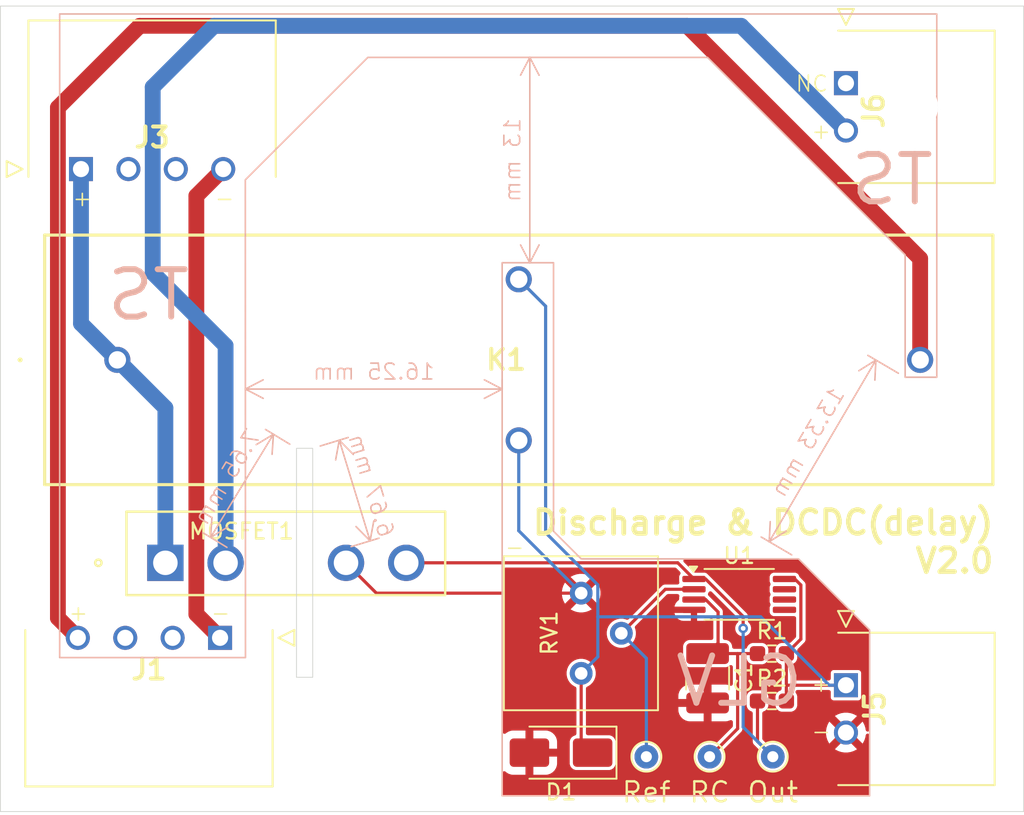
<source format=kicad_pcb>
(kicad_pcb (version 20241229) (generator "pcbnew") (generator_version "9.0")
  (layers (0 "F.Cu" signal) (2 "B.Cu" signal) (13 "F.Paste" user) (15 "B.Paste" user) (5 "F.SilkS" user "F.Silkscreen") (7 "B.SilkS" user "B.Silkscreen") (1 "F.Mask" user) (3 "B.Mask" user) (25 "Edge.Cuts" user))
  (net 0 "")
  (net 1 "/Delay")
  (net 2 "GND")
  (net 3 "TS-")
  (net 5 "Discharge")
  (net 7 "DCDC")
  (net 11 "TS+")
  (net 12 "SDC")
  (net 13 "/Enable")
  (net 14 "/Ref")
  (footprint "Diode_SMD:D_SMA" (layer "F.Cu") (at 147.225 125.27 180)
    (property "Reference" "D1" (at 0 -2.5 0) (layer "F.SilkS"))
    (property "Value" "US1J")
    (fp_line (start -3.51 1.65) (end 2 1.65) (stroke (width 0.12)) (layer "F.SilkS"))
    (fp_line (start -3.51 -1.65) (end 2 -1.65) (stroke (width 0.12)) (layer "F.SilkS"))
    (fp_line (start -3.51 -1.65) (end -3.51 1.65) (stroke (width 0.12)) (layer "F.SilkS"))
    (pad "1" smd roundrect (at -2 0 180) (size 2.5 1.8) (layers "F.Cu" "F.Mask" "F.Paste") (roundrect_rratio 0.1388888889) (net 12 "SDC"))
    (pad "2" smd roundrect (at 2 0 180) (size 2.5 1.8) (layers "F.Cu" "F.Mask" "F.Paste") (roundrect_rratio 0.1388888889) (net 2 "GND"))
  )
  (footprint "DBT71205U:DBT71205U" (layer "F.Cu") (at 119.15 100.4)
    (property "Reference" "K1" (at 24.6 0 0) (layer "F.SilkS") (effects (font (size 1.27 1.27) (thickness 0.254))))
    (property "Value" "DBT71205U" (hide yes))
    (fp_line (start -6.2 0) (end -6.2 0) (stroke (width 0.2)) (layer "F.SilkS"))
    (fp_line (start -6.2 0) (end -6.2 0) (stroke (width 0.2)) (layer "F.SilkS"))
    (fp_line (start -6.1 0) (end -6.1 0) (stroke (width 0.2)) (layer "F.SilkS"))
    (fp_line (start -4.6 -7.9) (end -4.6 7.9) (stroke (width 0.2)) (layer "F.SilkS"))
    (fp_line (start -4.6 7.9) (end 55.4 7.9) (stroke (width 0.2)) (layer "F.SilkS"))
    (fp_line (start 55.4 -7.9) (end -4.6 -7.9) (stroke (width 0.2)) (layer "F.SilkS"))
    (fp_line (start 55.4 7.9) (end 55.4 -7.9) (stroke (width 0.2)) (layer "F.SilkS"))
    (fp_arc (start -6.2 0) (mid -6.15 -0.05) (end -6.1 0) (stroke (width 0.2)) (layer "F.SilkS"))
    (fp_arc (start -6.1 0) (mid -6.15 0.05) (end -6.2 0) (stroke (width 0.2)) (layer "F.SilkS"))
    (fp_arc (start -6.1 0) (mid -6.15 0.05) (end -6.2 0) (stroke (width 0.2)) (layer "F.SilkS"))
    (pad "1" thru_hole circle (at 0 0) (size 1.65 1.65) (drill 1.1) (layers "*.Cu" "*.Mask") (net 11 "TS+"))
    (pad "2" thru_hole circle (at 50.8 0) (size 1.65 1.65) (drill 1.1) (layers "*.Cu" "*.Mask") (net 5 "Discharge"))
    (pad "3" thru_hole circle (at 25.4 5.1) (size 1.65 1.65) (drill 1.1) (layers "*.Cu" "*.Mask") (net 2 "GND"))
    (pad "4" thru_hole circle (at 25.4 -5.1) (size 1.65 1.65) (drill 1.1) (layers "*.Cu" "*.Mask") (net 12 "SDC"))
  )
  (footprint "43650-0400:43650-04_00,01,02_" (layer "F.Cu") (at 116.85 88.32 180)
    (property "Reference" "J3" (at -4.5 2 0) (layer "F.SilkS") (effects (font (size 1.27 1.27) (thickness 0.254))))
    (property "Value" "43650-0400" (hide yes))
    (fp_line (start 4.7 0.5) (end 3.7 0) (stroke (width 0.127)) (layer "F.SilkS"))
    (fp_line (start 4.7 -0.5) (end 4.7 0.5) (stroke (width 0.127)) (layer "F.SilkS"))
    (fp_line (start 3.7 0) (end 4.7 -0.5) (stroke (width 0.127)) (layer "F.SilkS"))
    (fp_line (start 3.325 9.41) (end -12.325 9.41) (stroke (width 0.127)) (layer "F.SilkS"))
    (fp_line (start 3.325 -0.49) (end 3.325 9.41) (stroke (width 0.127)) (layer "F.SilkS"))
    (fp_line (start -12.325 9.41) (end -12.325 -0.49) (stroke (width 0.127)) (layer "F.SilkS"))
    (pad "" np_thru_hole circle (at -6.85 4.32 180) (size 3 3) (drill 3) (layers "*.Cu" "*.Mask"))
    (pad "" np_thru_hole circle (at -2.15 4.32 180) (size 3 3) (drill 3) (layers "*.Cu" "*.Mask"))
    (pad "1" thru_hole rect (at 0 0 180) (size 1.52 1.52) (drill 1.02) (layers "*.Cu" "*.Mask") (net 11 "TS+"))
    (pad "2" thru_hole circle (at -3 0 180) (size 1.52 1.52) (drill 1.02) (layers "*.Cu" "*.Mask"))
    (pad "3" thru_hole circle (at -6 0 180) (size 1.52 1.52) (drill 1.02) (layers "*.Cu" "*.Mask"))
    (pad "4" thru_hole circle (at -9 0 180) (size 1.52 1.52) (drill 1.02) (layers "*.Cu" "*.Mask") (net 3 "TS-"))
  )
  (footprint "Potentiometer_THT:Potentiometer_Bourns_3386P_Vertical" (layer "F.Cu") (at 148.5 120.25)
    (property "Reference" "RV1" (at -2.015 -2.555 90) (layer "F.SilkS"))
    (property "Value" "R_Potentiometer")
    (fp_line (start -4.89 -7.415) (end -4.89 2.335) (stroke (width 0.12)) (layer "F.SilkS"))
    (fp_line (start -4.89 -7.415) (end 4.86 -7.415) (stroke (width 0.12)) (layer "F.SilkS"))
    (fp_line (start -4.89 2.335) (end 4.86 2.335) (stroke (width 0.12)) (layer "F.SilkS"))
    (fp_line (start 4.86 -7.415) (end 4.86 2.335) (stroke (width 0.12)) (layer "F.SilkS"))
    (pad "1" thru_hole circle (at 0 0) (size 1.44 1.44) (drill 0.8) (layers "*.Cu" "*.Mask") (net 12 "SDC"))
    (pad "2" thru_hole circle (at 2.54 -2.54) (size 1.44 1.44) (drill 0.8) (layers "*.Cu" "*.Mask") (net 14 "/Ref"))
    (pad "3" thru_hole circle (at 0 -5.08) (size 1.44 1.44) (drill 0.8) (layers "*.Cu" "*.Mask") (net 2 "GND"))
  )
  (footprint "Resistor_SMD:R_0603_1608Metric_Pad0.98x0.95mm_HandSolder" (layer "F.Cu") (at 160.57 122)
    (property "Reference" "R2" (at 0 -1.43 0) (layer "F.SilkS"))
    (property "Value" "1k")
    (fp_line (start -0.254724 -0.5225) (end 0.254724 -0.5225) (stroke (width 0.12)) (layer "F.SilkS"))
    (fp_line (start -0.254724 0.5225) (end 0.254724 0.5225) (stroke (width 0.12)) (layer "F.SilkS"))
    (pad "1" smd roundrect (at -0.9125 0) (size 0.975 0.95) (layers "F.Cu" "F.Mask" "F.Paste") (net 13 "/Enable"))
    (pad "2" smd roundrect (at 0.9125 0) (size 0.975 0.95) (layers "F.Cu" "F.Mask" "F.Paste") (net 12 "SDC"))
  )
  (footprint "Capacitor_SMD:C_1210_3225Metric_Pad1.33x2.70mm_HandSolder" (layer "F.Cu") (at 156.5 120.56 -90)
    (property "Reference" "C1" (at 0 -2.3 270) (layer "F.SilkS"))
    (property "Value" "100u")
    (fp_line (start -0.711252 1.36) (end 0.711252 1.36) (stroke (width 0.12)) (layer "F.SilkS"))
    (fp_line (start -0.711252 -1.36) (end 0.711252 -1.36) (stroke (width 0.12)) (layer "F.SilkS"))
    (pad "1" smd roundrect (at -1.5625 0 270) (size 1.325 2.7) (layers "F.Cu" "F.Mask" "F.Paste") (roundrect_rratio 0.188679) (net 1 "/Delay"))
    (pad "2" smd roundrect (at 1.5625 0 270) (size 1.325 2.7) (layers "F.Cu" "F.Mask" "F.Paste") (roundrect_rratio 0.188679) (net 2 "GND"))
  )
  (footprint "MountingHole:MountingHole_4.3mm_M4" (layer "F.Cu") (at 135.825 84.625)
    (property "Reference" "H3" (hide yes))
    (property "Value" "MountingHole")
    (pad "" np_thru_hole circle (at 0 0) (size 4.3 4.3) (drill 4.3) (layers "*.Cu" "*.Mask"))
  )
  (footprint "Resistor_SMD:R_0603_1608Metric_Pad0.98x0.95mm_HandSolder" (layer "F.Cu") (at 160.57 119)
    (property "Reference" "R1" (at 0 -1.43 0) (layer "F.SilkS"))
    (property "Value" "50k")
    (fp_line (start -0.254724 -0.5225) (end 0.254724 -0.5225) (stroke (width 0.12)) (layer "F.SilkS"))
    (fp_line (start -0.254724 0.5225) (end 0.254724 0.5225) (stroke (width 0.12)) (layer "F.SilkS"))
    (pad "1" smd roundrect (at -0.9125 0) (size 0.975 0.95) (layers "F.Cu" "F.Mask" "F.Paste") (net 1 "/Delay"))
    (pad "2" smd roundrect (at 0.9125 0) (size 0.975 0.95) (layers "F.Cu" "F.Mask" "F.Paste") (net 12 "SDC"))
  )
  (footprint "MountingHole:MountingHole_4.3mm_M4" (layer "F.Cu") (at 152.325 84.575)
    (property "Reference" "H1" (hide yes))
    (property "Value" "MountingHole")
    (pad "" np_thru_hole circle (at 0 0) (size 4.3 4.3) (drill 4.3) (layers "*.Cu" "*.Mask"))
  )
  (footprint "43650-0400:43650-04_00,01,02_" (layer "F.Cu") (at 125.65 118)
    (property "Reference" "J1" (at -4.5 2 0) (layer "F.SilkS") (effects (font (size 1.27 1.27) (thickness 0.254))))
    (property "Value" "43650-0400" (hide yes))
    (fp_line (start -12.325 9.41) (end -12.325 -0.49) (stroke (width 0.127)) (layer "F.SilkS"))
    (fp_line (start 3.325 -0.49) (end 3.325 9.41) (stroke (width 0.127)) (layer "F.SilkS"))
    (fp_line (start 3.325 9.41) (end -12.325 9.41) (stroke (width 0.127)) (layer "F.SilkS"))
    (fp_line (start 3.7 0) (end 4.7 -0.5) (stroke (width 0.127)) (layer "F.SilkS"))
    (fp_line (start 4.7 -0.5) (end 4.7 0.5) (stroke (width 0.127)) (layer "F.SilkS"))
    (fp_line (start 4.7 0.5) (end 3.7 0) (stroke (width 0.127)) (layer "F.SilkS"))
    (pad "" np_thru_hole circle (at -6.85 4.32) (size 3 3) (drill 3) (layers "*.Cu" "*.Mask"))
    (pad "" np_thru_hole circle (at -2.15 4.32) (size 3 3) (drill 3) (layers "*.Cu" "*.Mask"))
    (pad "1" thru_hole rect (at 0 0) (size 1.52 1.52) (drill 1.02) (layers "*.Cu" "*.Mask") (net 3 "TS-"))
    (pad "2" thru_hole circle (at -3 0) (size 1.52 1.52) (drill 1.02) (layers "*.Cu" "*.Mask"))
    (pad "3" thru_hole circle (at -6 0) (size 1.52 1.52) (drill 1.02) (layers "*.Cu" "*.Mask"))
    (pad "4" thru_hole circle (at -9 0) (size 1.52 1.52) (drill 1.02) (layers "*.Cu" "*.Mask") (net 5 "Discharge"))
  )
  (footprint "Package_SO:TSSOP-8_4.4x3mm_P0.65mm" (layer "F.Cu") (at 158.5 115.25)
    (property "Reference" "U1" (at 0 -2.45 0) (layer "F.SilkS"))
    (property "Value" "LM393")
    (fp_line (start 0 -1.61) (end -2.2 -1.61) (stroke (width 0.12)) (layer "F.SilkS"))
    (fp_line (start 0 -1.61) (end 2.2 -1.61) (stroke (width 0.12)) (layer "F.SilkS"))
    (fp_line (start 0 1.61) (end -2.2 1.61) (stroke (width 0.12)) (layer "F.SilkS"))
    (fp_line (start 0 1.61) (end 2.2 1.61) (stroke (width 0.12)) (layer "F.SilkS"))
    (fp_poly (pts (xy -2.9 -1.435) (xy -3.14 -1.765) (xy -2.66 -1.765)) (stroke (width 0.12)) (fill yes) (layer "F.SilkS"))
    (pad "1" smd roundrect (at -2.8625 -0.975) (size 1.475 0.4) (layers "F.Cu" "F.Mask" "F.Paste") (net 13 "/Enable"))
    (pad "2" smd roundrect (at -2.8625 -0.325) (size 1.475 0.4) (layers "F.Cu" "F.Mask" "F.Paste") (net 14 "/Ref"))
    (pad "3" smd roundrect (at -2.8625 0.325) (size 1.475 0.4) (layers "F.Cu" "F.Mask" "F.Paste") (net 1 "/Delay"))
    (pad "4" smd roundrect (at -2.8625 0.975) (size 1.475 0.4) (layers "F.Cu" "F.Mask" "F.Paste") (net 2 "GND"))
    (pad "5" smd roundrect (at 2.8625 0.975) (size 1.475 0.4) (layers "F.Cu" "F.Mask" "F.Paste"))
    (pad "6" smd roundrect (at 2.8625 0.325) (size 1.475 0.4) (layers "F.Cu" "F.Mask" "F.Paste"))
    (pad "7" smd roundrect (at 2.8625 -0.325) (size 1.475 0.4) (layers "F.Cu" "F.Mask" "F.Paste"))
    (pad "8" smd roundrect (at 2.8625 -0.975) (size 1.475 0.4) (layers "F.Cu" "F.Mask" "F.Paste") (net 12 "SDC"))
  )
  (footprint "footprints:ISOPLUS-264_19P914X5P029_IXY" (layer "F.Cu") (at 122.19 113.25)
    (property "Reference" "MOSFET1" (at 4.81 -2 0) (layer "F.SilkS"))
    (property "Value" "CPC1968J")
    (fp_line (start -2.4638 -3.2386) (end 17.7038 -3.2386) (stroke (width 0.1524)) (layer "F.SilkS"))
    (fp_line (start -2.4638 2.0446) (end -2.4638 -3.2386) (stroke (width 0.1524)) (layer "F.SilkS"))
    (fp_line (start 17.7038 -3.2386) (end 17.7038 2.0446) (stroke (width 0.1524)) (layer "F.SilkS"))
    (fp_line (start 17.7038 2.0446) (end -2.4638 2.0446) (stroke (width 0.1524)) (layer "F.SilkS"))
    (fp_circle (center -4.2418 0) (end -4.0386 0) (stroke (width 0.1524)) (fill no) (layer "F.SilkS"))
    (pad "1" thru_hole rect (at 0 0) (size 2.3 2.3) (drill 1.55) (layers "*.Cu" "*.Mask") (net 11 "TS+"))
    (pad "2" thru_hole circle (at 3.81 0) (size 2.3 2.3) (drill 1.55) (layers "*.Cu" "*.Mask") (net 7 "DCDC"))
    (pad "3" thru_hole circle (at 11.43 0) (size 2.3 2.3) (drill 1.55) (layers "*.Cu" "*.Mask") (net 2 "GND"))
    (pad "4" thru_hole circle (at 15.24 0) (size 2.3 2.3) (drill 1.55) (layers "*.Cu" "*.Mask") (net 13 "/Enable"))
  )
  (footprint "TestPoint:TestPoint_THTPad_D1.5mm_Drill0.7mm" (layer "F.Cu") (at 160.625 125.525)
    (property "Reference" "TP2" (hide yes))
    (property "Value" "TestPoint")
    (property "Description" "Out" (at 0 2.25 0) (layer "F.SilkS") (effects (font (size 1.27 1.27) (thickness 0.15875))))
    (fp_circle (center 0 0) (end 0 0.95) (stroke (width 0.12)) (fill no) (layer "F.SilkS"))
    (pad "1" thru_hole circle (at 0 0) (size 1.5 1.5) (drill 0.7) (layers "*.Cu" "*.Mask") (net 13 "/Enable"))
  )
  (footprint "43650-0200:43650-02_00,01,02_" (layer "F.Cu") (at 165.2542 82.88 90)
    (property "Reference" "J6" (at -1.75 1.75 90) (layer "F.SilkS") (effects (font (size 1.27 1.27) (thickness 0.254))))
    (property "Value" "43650-0200" (hide yes))
    (fp_line (start 4.7 -0.5) (end 4.7 0.5) (stroke (width 0.127)) (layer "F.SilkS"))
    (fp_line (start 3.325 -0.49) (end 3.325 9.41) (stroke (width 0.127)) (layer "F.SilkS"))
    (fp_line (start 3.7 0) (end 4.7 -0.5) (stroke (width 0.127)) (layer "F.SilkS"))
    (fp_line (start 4.7 0.5) (end 3.7 0) (stroke (width 0.127)) (layer "F.SilkS"))
    (fp_line (start 3.325 9.41) (end -6.325 9.41) (stroke (width 0.127)) (layer "F.SilkS"))
    (fp_line (start -6.325 9.41) (end -6.325 -0.49) (stroke (width 0.127)) (layer "F.SilkS"))
    (pad "" np_thru_hole circle (at -1.5 4.32 90) (size 3 3) (drill 3) (layers "*.Cu" "*.Mask"))
    (pad "1" thru_hole rect (at 0 0 90) (size 1.52 1.52) (drill 1.02) (layers "*.Cu" "*.Mask"))
    (pad "2" thru_hole circle (at -3 0 90) (size 1.52 1.52) (drill 1.02) (layers "*.Cu" "*.Mask") (net 7 "DCDC"))
  )
  (footprint "TestPoint:TestPoint_THTPad_D1.5mm_Drill0.7mm" (layer "F.Cu") (at 152.625 125.525)
    (property "Reference" "TP3" (hide yes))
    (property "Value" "TestPoint")
    (property "Description" "Ref" (at 0 2.25 0) (layer "F.SilkS") (effects (font (size 1.27 1.27))))
    (fp_circle (center 0 0) (end 0 0.95) (stroke (width 0.12)) (fill no) (layer "F.SilkS"))
    (pad "1" thru_hole circle (at 0 0) (size 1.5 1.5) (drill 0.7) (layers "*.Cu" "*.Mask") (net 14 "/Ref"))
  )
  (footprint "TestPoint:TestPoint_THTPad_D1.5mm_Drill0.7mm" (layer "F.Cu") (at 156.625 125.525)
    (property "Reference" "TP1" (hide yes))
    (property "Value" "TestPoint")
    (property "Description" "RC" (at 0 2.25 0) (layer "F.SilkS") (effects (font (size 1.27 1.27))))
    (fp_circle (center 0 0) (end 0 0.95) (stroke (width 0.12)) (fill no) (layer "F.SilkS"))
    (pad "1" thru_hole circle (at 0 0) (size 1.5 1.5) (drill 0.7) (layers "*.Cu" "*.Mask") (net 1 "/Delay"))
  )
  (footprint "MountingHole:MountingHole_4.3mm_M4" (layer "F.Cu") (at 136.075 123.075)
    (property "Reference" "H2" (hide yes))
    (property "Value" "MountingHole")
    (pad "" np_thru_hole circle (at 0 0) (size 4.3 4.3) (drill 4.3) (layers "*.Cu" "*.Mask"))
  )
  (footprint "43650-0200:43650-02_00,01,02_" (layer "F.Cu") (at 165.2542 121 90)
    (property "Reference" "J5" (at -1.5 1.82 90) (layer "F.SilkS") (effects (font (size 1.27 1.27) (thickness 0.254))))
    (property "Value" "43650-0200" (hide yes))
    (fp_line (start 4.7 -0.5) (end 4.7 0.5) (stroke (width 0.127)) (layer "F.SilkS"))
    (fp_line (start 3.325 -0.49) (end 3.325 9.41) (stroke (width 0.127)) (layer "F.SilkS"))
    (fp_line (start 3.7 0) (end 4.7 -0.5) (stroke (width 0.127)) (layer "F.SilkS"))
    (fp_line (start 4.7 0.5) (end 3.7 0) (stroke (width 0.127)) (layer "F.SilkS"))
    (fp_line (start 3.325 9.41) (end -6.325 9.41) (stroke (width 0.127)) (layer "F.SilkS"))
    (fp_line (start -6.325 9.41) (end -6.325 -0.49) (stroke (width 0.127)) (layer "F.SilkS"))
    (pad "" np_thru_hole circle (at -1.5 4.32 90) (size 3 3) (drill 3) (layers "*.Cu" "*.Mask"))
    (pad "1" thru_hole rect (at 0 0 90) (size 1.52 1.52) (drill 1.02) (layers "*.Cu" "*.Mask") (net 12 "SDC"))
    (pad "2" thru_hole circle (at -3 0 90) (size 1.52 1.52) (drill 1.02) (layers "*.Cu" "*.Mask") (net 2 "GND"))
  )
  (gr_poly (pts (xy 166.75 119.5) (xy 166.75 128) (xy 143.5 128) (xy 143.5 94.25) (xy 146.75 94.25) (xy 146.75 111.25) (xy 148.5 113) (xy 162.25 113) (xy 166.75 117.5)) (stroke (width 0.1)) (fill no) (layer "B.SilkS"))
  (gr_poly (pts (xy 171 101.5) (xy 169 101.5) (xy 169 93.75) (xy 156.5 81.25) (xy 135 81.25) (xy 127.249361 89.000639) (xy 127.257978 119.25) (xy 115.5 119.25) (xy 115.5 78.5) (xy 171 78.5)) (stroke (width 0.1)) (fill no) (layer "B.SilkS"))
  (gr_poly (pts (xy 176.5 78) (xy 111.75 78) (xy 111.75 129) (xy 176.5 129)) (stroke (width 0.05)) (fill no) (layer "Edge.Cuts"))
  (gr_rect (start 130.4873 106) (end 131.5127 120.5) (stroke (width 0.05)) (fill no) (layer "Edge.Cuts"))
  (gr_text "+" (at 116.25 90.75 0) (layer "F.SilkS") (effects (font (size 1 1) (thickness 0.1)) (justify left bottom)))
  (gr_text "+" (at 163 121.5 0) (layer "F.SilkS") (effects (font (size 1 1) (thickness 0.1)) (justify left bottom)))
  (gr_text "-" (at 143.61 112.835 0) (layer "F.SilkS") (effects (font (size 1 1) (thickness 0.1)) (justify left bottom)))
  (gr_text "+" (at 116 117 0) (layer "F.SilkS") (effects (font (size 1 1) (thickness 0.1)) (justify left bottom)))
  (gr_text "-" (at 125.25 90.75 0) (layer "F.SilkS") (effects (font (size 1 1) (thickness 0.1)) (justify left bottom)))
  (gr_text "NC" (at 162 83.5 0) (layer "F.SilkS") (effects (font (size 1 1) (thickness 0.1)) (justify left bottom)))
  (gr_text "-" (at 125 117 0) (layer "F.SilkS") (effects (font (size 1 1) (thickness 0.1)) (justify left bottom)))
  (gr_text "Discharge & DCDC(delay)\nV2.0" (at 174.75 114 0) (layer "F.SilkS") (effects (font (size 1.5 1.5) (thickness 0.3) (bold yes)) (justify right bottom)))
  (gr_text "+" (at 163 86.5 0) (layer "F.SilkS") (effects (font (size 1 1) (thickness 0.1)) (justify left bottom)))
  (gr_text "-" (at 163 124.5 0) (layer "F.SilkS") (effects (font (size 1 1) (thickness 0.1)) (justify left bottom)))
  (gr_text "TS" (at 171 90.75 -0) (layer "B.SilkS") (effects (font (size 3 3) (thickness 0.375)) (justify left bottom mirror)))
  (gr_text "GLV" (at 162.75 122.5 -0) (layer "B.SilkS") (effects (font (size 3 3) (thickness 0.375)) (justify left bottom mirror)))
  (gr_text "TS" (at 123.9482 98.0468 -0) (layer "B.SilkS") (effects (font (size 3 3) (thickness 0.375)) (justify left bottom mirror)))
  (dimension (type aligned) (layer "B.SilkS") (pts (xy 133.461799 112.375052) (xy 131.5127 106)) (height 1.758049) (format (prefix "") (suffix "") (units 3) (units_format 1) (precision 2) (suppress_zeroes yes)) (style (thickness 0.1) (arrow_length 1.27) (text_position_mode 0) (arrow_direction outward) (extension_height 0.58642) (extension_offset 0.5) (keep_text_aligned yes)) (gr_text "6.67 mm" (at 135.220409 108.351893 -72.99958076) (layer "B.SilkS") (effects (font (size 1 1) (thickness 0.1)) (justify mirror))))
  (dimension (type aligned) (layer "B.SilkS") (pts (xy 130.4873 106) (xy 126.511796 112.53012)) (height 1.709547) (format (prefix "") (suffix "") (units 3) (units_format 1) (precision 2) (suppress_zeroes yes)) (style (thickness 0.1) (arrow_length 1.27) (text_position_mode 0) (arrow_direction outward) (extension_height 0.58642) (extension_offset 0.5) (keep_text_aligned yes)) (gr_text "7.65 mm" (at 126.099743 107.80407 58.66715656) (layer "B.SilkS") (effects (font (size 1 1) (thickness 0.1)) (justify mirror))))
  (dimension (type aligned) (layer "B.SilkS") (pts (xy 169 101.5) (xy 162.25 113)) (height 2.146638) (format (prefix "") (suffix "") (units 3) (units_format 1) (precision 2) (suppress_zeroes yes)) (style (thickness 0.1) (arrow_length 1.27) (text_position_mode 0) (arrow_direction outward) (extension_height 0.58642) (extension_offset 0.5) (keep_text_aligned yes)) (gr_text "13.33 mm" (at 162.825049 105.60655 59.58891873) (layer "B.SilkS") (effects (font (size 1 1) (thickness 0.1)) (justify mirror))))
  (dimension (type orthogonal) (layer "B.SilkS") (pts (xy 127.25 102.25) (xy 143.5 102.75)) (height 0) (orientation 0) (format (prefix "") (suffix "") (units 3) (units_format 1) (precision 2) (suppress_zeroes yes)) (style (thickness 0.1) (arrow_length 1.27) (text_position_mode 0) (arrow_direction outward) (extension_height 0.58642) (extension_offset 0.5) (keep_text_aligned yes)) (gr_text "16.25 mm" (at 135.375 101.15 0) (layer "B.SilkS") (effects (font (size 1 1) (thickness 0.1)) (justify mirror))))
  (dimension (type orthogonal) (layer "B.SilkS") (pts (xy 145.25 94.25) (xy 145.25 81.25)) (height 0) (orientation 1) (format (prefix "") (suffix "") (units 3) (units_format 1) (precision 2) (suppress_zeroes yes)) (style (thickness 0.1) (arrow_length 1.27) (text_position_mode 0) (arrow_direction outward) (extension_height 0.58642) (extension_offset 0.5) (keep_text_aligned yes)) (gr_text "13 mm" (at 144.15 87.75 90) (layer "B.SilkS") (effects (font (size 1 1) (thickness 0.1)) (justify mirror))))
  (segment (start 156.5 118.9975) (end 158.4 118.9975) (width 0.2) (layer "F.Cu") (net 1))
  (segment (start 158.4 123.75) (end 158.4 118.9975) (width 0.2) (layer "F.Cu") (net 1))
  (segment (start 157.1625 118.335) (end 157.1625 116.362501) (width 0.2) (layer "F.Cu") (net 1))
  (segment (start 158.4 118.9975) (end 159.655 118.9975) (width 0.2) (layer "F.Cu") (net 1))
  (segment (start 157.1625 116.362501) (end 156.374999 115.575) (width 0.2) (layer "F.Cu") (net 1))
  (segment (start 156.374999 115.575) (end 155.6375 115.575) (width 0.2) (layer "F.Cu") (net 1))
  (segment (start 159.655 118.9975) (end 159.6575 119) (width 0.2) (layer "F.Cu") (net 1))
  (segment (start 156.625 125.525) (end 158.4 123.75) (width 0.2) (layer "F.Cu") (net 1))
  (segment (start 156.5 118.9975) (end 157.1625 118.335) (width 0.2) (layer "F.Cu") (net 1))
  (segment (start 135.54 115.17) (end 133.62 113.25) (width 0.2) (layer "F.Cu") (net 2))
  (segment (start 148.5 115.17) (end 135.54 115.17) (width 0.2) (layer "F.Cu") (net 2))
  (segment (start 144.55 111.22) (end 148.5 115.17) (width 0.2) (layer "B.Cu") (net 2))
  (segment (start 144.55 105.5) (end 144.55 111.22) (width 0.2) (layer "B.Cu") (net 2))
  (segment (start 124.149 90.021) (end 125.85 88.32) (width 1) (layer "F.Cu") (net 3))
  (segment (start 125.65 118) (end 124.149 116.499) (width 1) (layer "F.Cu") (net 3))
  (segment (start 124.149 116.499) (end 124.149 90.021) (width 1) (layer "F.Cu") (net 3))
  (segment (start 115.389 84.427605) (end 115.389 116.739) (width 1) (layer "F.Cu") (net 5))
  (segment (start 169.95 100.4) (end 169.95 93.991478) (width 1) (layer "F.Cu") (net 5))
  (segment (start 120.566605 79.25) (end 115.389 84.427605) (width 1) (layer "F.Cu") (net 5))
  (segment (start 115.389 116.739) (end 116.65 118) (width 1) (layer "F.Cu") (net 5))
  (segment (start 155.208522 79.25) (end 120.566605 79.25) (width 1) (layer "F.Cu") (net 5))
  (segment (start 169.95 93.991478) (end 155.208522 79.25) (width 1) (layer "F.Cu") (net 5))
  (segment (start 125.266605 79.25) (end 121.389 83.127605) (width 1) (layer "B.Cu") (net 7))
  (segment (start 121.389 83.127605) (end 121.389 94.889) (width 1) (layer "B.Cu") (net 7))
  (segment (start 121.389 94.889) (end 126 99.5) (width 1) (layer "B.Cu") (net 7))
  (segment (start 126 99.5) (end 126 113.25) (width 1) (layer "B.Cu") (net 7))
  (segment (start 165.2542 85.88) (end 158.6242 79.25) (width 1) (layer "B.Cu") (net 7))
  (segment (start 158.6242 79.25) (end 125.266605 79.25) (width 1) (layer "B.Cu") (net 7))
  (segment (start 119.15 100.4) (end 122.19 103.44) (width 1) (layer "B.Cu") (net 11))
  (segment (start 119.15 100.4) (end 116.85 98.1) (width 1) (layer "B.Cu") (net 11))
  (segment (start 122.19 103.44) (end 122.19 113.25) (width 1) (layer "B.Cu") (net 11))
  (segment (start 116.85 98.1) (end 116.85 88.32) (width 1) (layer "B.Cu") (net 11))
  (segment (start 161.4825 119) (end 162.401 118.0815) (width 0.2) (layer "F.Cu") (net 12))
  (segment (start 162.401 118.0815) (end 162.401 114.65613) (width 0.2) (layer "F.Cu") (net 12))
  (segment (start 148.5 124.545) (end 149.225 125.27) (width 0.2) (layer "F.Cu") (net 12))
  (segment (start 148.5 120.25) (end 148.5 124.545) (width 0.2) (layer "F.Cu") (net 12))
  (segment (start 162.401 114.65613) (end 162.01987 114.275) (width 0.2) (layer "F.Cu") (net 12))
  (segment (start 161.4825 121) (end 161.4825 119) (width 0.2) (layer "F.Cu") (net 12))
  (segment (start 165.2542 121) (end 161.4825 121) (width 0.2) (layer "F.Cu") (net 12))
  (segment (start 162.01987 114.275) (end 161.3625 114.275) (width 0.2) (layer "F.Cu") (net 12))
  (segment (start 161.4825 122) (end 161.4825 121) (width 0.2) (layer "F.Cu") (net 12))
  (segment (start 159.8606 116.6681) (end 149.5531 116.6681) (width 0.2) (layer "B.Cu") (net 12))
  (segment (start 144.55 95.3) (end 146.25 97) (width 0.2) (layer "B.Cu") (net 12))
  (segment (start 164.1925 121) (end 159.8606 116.6681) (width 0.2) (layer "B.Cu") (net 12))
  (segment (start 165.2542 121) (end 164.1925 121) (width 0.2) (layer "B.Cu") (net 12))
  (segment (start 146.25 97) (end 146.25 111.342814) (width 0.2) (layer "B.Cu") (net 12))
  (segment (start 146.25 111.342814) (end 149.5531 114.645914) (width 0.2) (layer "B.Cu") (net 12))
  (segment (start 149.5531 119.1969) (end 148.5 120.25) (width 0.2) (layer "B.Cu") (net 12))
  (segment (start 149.5531 114.645914) (end 149.5531 116.6681) (width 0.2) (layer "B.Cu") (net 12))
  (segment (start 149.5531 116.6681) (end 149.5531 119.1969) (width 0.2) (layer "B.Cu") (net 12))
  (segment (start 159.6575 124.5575) (end 160.625 125.525) (width 0.2) (layer "F.Cu") (net 13))
  (segment (start 158.75 117.4) (end 158.75 116.650001) (width 0.2) (layer "F.Cu") (net 13))
  (segment (start 137.43 113.25) (end 154.6125 113.25) (width 0.2) (layer "F.Cu") (net 13))
  (segment (start 158.75 116.650001) (end 156.374999 114.275) (width 0.2) (layer "F.Cu") (net 13))
  (segment (start 159.6575 122) (end 159.6575 124.5575) (width 0.2) (layer "F.Cu") (net 13))
  (segment (start 154.6125 113.25) (end 155.6375 114.275) (width 0.2) (layer "F.Cu") (net 13))
  (segment (start 156.374999 114.275) (end 155.6375 114.275) (width 0.2) (layer "F.Cu") (net 13))
  (via (at 158.75 117.4) (size 0.6) (drill 0.3) (layers "F.Cu" "B.Cu") (net 13))
  (segment (start 158.75 123.65) (end 160.625 125.525) (width 0.2) (layer "B.Cu") (net 13))
  (segment (start 158.75 117.4) (end 158.75 123.65) (width 0.2) (layer "B.Cu") (net 13))
  (segment (start 153.825 114.925) (end 155.6375 114.925) (width 0.2) (layer "F.Cu") (net 14))
  (segment (start 151.04 117.71) (end 153.825 114.925) (width 0.2) (layer "F.Cu") (net 14))
  (segment (start 152.625 119.295) (end 151.04 117.71) (width 0.2) (layer "B.Cu") (net 14))
  (segment (start 152.625 125.525) (end 152.625 119.295) (width 0.2) (layer "B.Cu") (net 14))
  (zone (net 2) (net_name "GND") (layer "F.Cu") (name "clear area") (connect_pads (clearance 0)) (min_thickness 0.25) (fill yes (thermal_gap 0.5) (thermal_bridge_width 0.5))
    (polygon (pts (xy 143.5 128) (xy 166.75 128) (xy 166.75 117.5) (xy 162.25 113) (xy 143.6 113)))
  )
  (zone (net 0) (net_name "") (layers "F.Cu" "B.Cu") (name "clear area") (connect_pads (clearance 0)) (min_thickness 0.25)
    (keepout (tracks not_allowed) (vias not_allowed) (pads allowed) (copperpour not_allowed) (footprints allowed))
    (fill (thermal_gap 0.5) (thermal_bridge_width 0.5))
    (polygon (pts (xy 127.258333 111.25) (xy 127.258333 88.991667) (xy 135 81.25) (xy 156.5 81.25) (xy 169 93.75) (xy 169 113) (xy 148.5 113) (xy 146.75 111.25) (xy 146.75 94.25) (xy 143.5 94.25) (xy 143.5 111.25)))
  )
)
</source>
